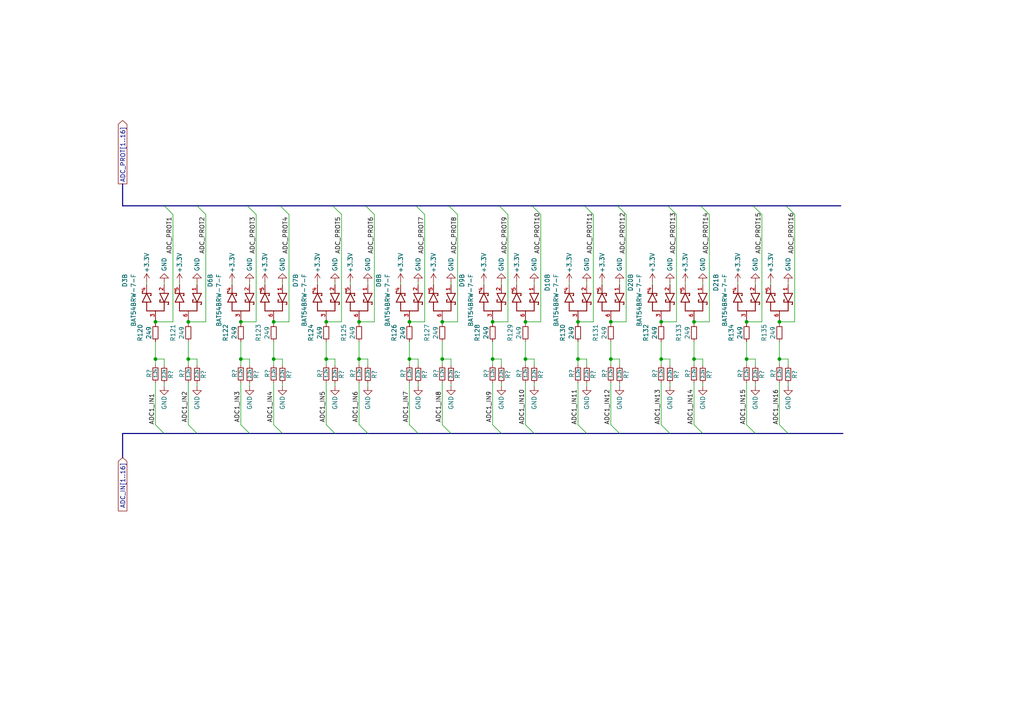
<source format=kicad_sch>
(kicad_sch (version 20211123) (generator eeschema)
  (paper "A4")
  (lib_symbols
    (symbol "Device:R_Small" (pin_numbers hide) (pin_names (offset 0.254) hide)
      (property "Reference" "R" (at 0.762 0.508 0))
      (property "Value" "R_Small" (at 0.762 -1.016 0))
      (symbol "R_Small_0_1"
        (rectangle (start -0.762 1.778) (end 0.762 -1.778) (stroke (width 0.2032)))
      )
      (symbol "R_Small_1_1"
        (pin passive line (at 0 2.54 270) (length 0.762) (name "~") (number "1"))
        (pin passive line (at 0 -2.54 90) (length 0.762) (name "~") (number "2"))
      )
    )
    (symbol "PDM_additional:BAT54BRW-7-F" (pin_names (offset 1.016))
      (property "Reference" "D" (at -5.08 8.89 0))
      (property "Value" "BAT54BRW-7-F" (at -5.08 -11.43 0))
      (symbol "BAT54BRW-7-F_1_0"
        (polyline (pts (xy -3.81 -2.54) (xy -1.27 -2.54)) (stroke (width 0.254)))
        (polyline (pts (xy -3.81 0) (xy -2.54 0)) (stroke (width 0.254)))
        (polyline (pts (xy -3.81 0.635) (xy -3.81 0)) (stroke (width 0.254)))
        (polyline (pts (xy -3.81 0.635) (xy -3.556 0.635)) (stroke (width 0.254)))
        (polyline (pts (xy -2.54 0) (xy -3.81 -2.54)) (stroke (width 0.254)))
        (polyline (pts (xy -2.54 0) (xy -1.27 0)) (stroke (width 0.254)))
        (polyline (pts (xy -2.54 2.54) (xy -2.54 0)) (stroke (width 0.254)))
        (polyline (pts (xy -2.54 2.54) (xy 2.54 2.54)) (stroke (width 0.254)))
        (polyline (pts (xy -1.524 -0.635) (xy -1.27 -0.635)) (stroke (width 0.254)))
        (polyline (pts (xy -1.27 -2.54) (xy -2.54 0)) (stroke (width 0.254)))
        (polyline (pts (xy -1.27 0) (xy -1.27 -0.635)) (stroke (width 0.254)))
        (polyline (pts (xy 1.27 -2.54) (xy 1.27 -1.905)) (stroke (width 0.254)))
        (polyline (pts (xy 1.27 0) (xy 2.54 -2.54)) (stroke (width 0.254)))
        (polyline (pts (xy 1.524 -1.905) (xy 1.27 -1.905)) (stroke (width 0.254)))
        (polyline (pts (xy 2.54 -2.54) (xy 1.27 -2.54)) (stroke (width 0.254)))
        (polyline (pts (xy 2.54 -2.54) (xy 3.81 0)) (stroke (width 0.254)))
        (polyline (pts (xy 2.54 0) (xy 1.27 0)) (stroke (width 0.254)))
        (polyline (pts (xy 2.54 2.54) (xy 2.54 0)) (stroke (width 0.254)))
        (polyline (pts (xy 3.81 -3.175) (xy 3.556 -3.175)) (stroke (width 0.254)))
        (polyline (pts (xy 3.81 -3.175) (xy 3.81 -2.54)) (stroke (width 0.254)))
        (polyline (pts (xy 3.81 -2.54) (xy 2.54 -2.54)) (stroke (width 0.254)))
        (polyline (pts (xy 3.81 0) (xy 2.54 0)) (stroke (width 0.254)))
        (pin passive line (at -2.54 -5.08 90) (length 2.54) (name "~") (number "1"))
        (pin passive line (at 2.54 -5.08 90) (length 2.54) (name "~") (number "5"))
        (pin passive line (at 0 5.08 270) (length 2.54) (name "~") (number "6"))
      )
      (symbol "BAT54BRW-7-F_2_0"
        (polyline (pts (xy -3.81 -2.54) (xy -1.27 -2.54)) (stroke (width 0.254)))
        (polyline (pts (xy -3.81 0) (xy -2.54 0)) (stroke (width 0.254)))
        (polyline (pts (xy -3.81 0.635) (xy -3.81 0)) (stroke (width 0.254)))
        (polyline (pts (xy -3.81 0.635) (xy -3.556 0.635)) (stroke (width 0.254)))
        (polyline (pts (xy -2.54 0) (xy -3.81 -2.54)) (stroke (width 0.254)))
        (polyline (pts (xy -2.54 0) (xy -1.27 0)) (stroke (width 0.254)))
        (polyline (pts (xy -2.54 2.54) (xy -2.54 0)) (stroke (width 0.254)))
        (polyline (pts (xy -2.54 2.54) (xy 2.54 2.54)) (stroke (width 0.254)))
        (polyline (pts (xy -1.524 -0.635) (xy -1.27 -0.635)) (stroke (width 0.254)))
        (polyline (pts (xy -1.27 -2.54) (xy -2.54 0)) (stroke (width 0.254)))
        (polyline (pts (xy -1.27 0) (xy -1.27 -0.635)) (stroke (width 0.254)))
        (polyline (pts (xy 1.27 -2.54) (xy 1.27 -1.905)) (stroke (width 0.254)))
        (polyline (pts (xy 1.27 0) (xy 2.54 -2.54)) (stroke (width 0.254)))
        (polyline (pts (xy 1.524 -1.905) (xy 1.27 -1.905)) (stroke (width 0.254)))
        (polyline (pts (xy 2.54 -2.54) (xy 1.27 -2.54)) (stroke (width 0.254)))
        (polyline (pts (xy 2.54 -2.54) (xy 3.81 0)) (stroke (width 0.254)))
        (polyline (pts (xy 2.54 0) (xy 1.27 0)) (stroke (width 0.254)))
        (polyline (pts (xy 2.54 2.54) (xy 2.54 0)) (stroke (width 0.254)))
        (polyline (pts (xy 3.81 -3.175) (xy 3.556 -3.175)) (stroke (width 0.254)))
        (polyline (pts (xy 3.81 -3.175) (xy 3.81 -2.54)) (stroke (width 0.254)))
        (polyline (pts (xy 3.81 -2.54) (xy 2.54 -2.54)) (stroke (width 0.254)))
        (polyline (pts (xy 3.81 0) (xy 2.54 0)) (stroke (width 0.254)))
        (pin passive line (at -2.54 -5.08 90) (length 2.54) (name "~") (number "2"))
        (pin passive line (at 0 5.08 270) (length 2.54) (name "~") (number "3"))
        (pin passive line (at 2.54 -5.08 90) (length 2.54) (name "~") (number "4"))
      )
    )
    (symbol "power:+3.3V" (power) (pin_names (offset 0))
      (property "Value" "+3.3V" (at 0 3.556 0))
      (symbol "+3.3V_0_1"
        (polyline (pts (xy -0.762 1.27) (xy 0 2.54)))
        (polyline (pts (xy 0 0) (xy 0 2.54)))
        (polyline (pts (xy 0 2.54) (xy 0.762 1.27)))
      )
      (symbol "+3.3V_1_1"
        (pin power_in line (at 0 0 90) (length 0) hide (name "+3.3V") (number "1"))
      )
    )
    (symbol "power:GND" (power) (pin_names (offset 0))
      (property "Value" "GND" (at 0 -3.81 0))
      (symbol "GND_0_1"
        (polyline (pts (xy 0 0) (xy 0 -1.27) (xy 1.27 -1.27) (xy 0 -2.54) (xy -1.27 -1.27) (xy 0 -1.27)))
      )
      (symbol "GND_1_1"
        (pin power_in line (at 0 0 270) (length 0) hide (name "GND") (number "1"))
      )
    )
  )
  (junction (at 216.535 93.345))
  (junction (at 128.27 104.14))
  (junction (at 201.295 104.14))
  (junction (at 79.375 104.14))
  (junction (at 142.875 93.345))
  (junction (at 54.61 93.345))
  (junction (at 167.64 93.345))
  (junction (at 191.77 93.345))
  (junction (at 45.085 104.14))
  (junction (at 152.4 104.14))
  (junction (at 142.875 104.14))
  (junction (at 226.06 104.14))
  (junction (at 201.295 93.345))
  (junction (at 69.85 104.14))
  (junction (at 118.745 104.14))
  (junction (at 177.165 104.14))
  (junction (at 128.27 93.345))
  (junction (at 104.14 104.14))
  (junction (at 177.165 93.345))
  (junction (at 152.4 93.345))
  (junction (at 226.06 93.345))
  (junction (at 104.14 93.345))
  (junction (at 54.61 104.14))
  (junction (at 167.64 104.14))
  (junction (at 94.615 104.14))
  (junction (at 216.535 104.14))
  (junction (at 191.77 104.14))
  (junction (at 79.375 93.345))
  (junction (at 69.85 93.345))
  (junction (at 118.745 93.345))
  (junction (at 45.085 93.345))
  (junction (at 94.615 93.345))
  (bus_entry (at 194.31 125.73) (size -2.54 -2.54))
  (bus_entry (at 154.94 125.73) (size -2.54 -2.54))
  (bus_entry (at 106.68 125.73) (size -2.54 -2.54))
  (bus_entry (at 228.6 125.73) (size -2.54 -2.54))
  (bus_entry (at 170.18 125.73) (size -2.54 -2.54))
  (bus_entry (at 123.19 62.23) (size -2.54 -2.54))
  (bus_entry (at 196.215 62.23) (size -2.54 -2.54))
  (bus_entry (at 172.085 62.23) (size -2.54 -2.54))
  (bus_entry (at 130.81 125.73) (size -2.54 -2.54))
  (bus_entry (at 147.32 62.23) (size -2.54 -2.54))
  (bus_entry (at 219.075 125.73) (size -2.54 -2.54))
  (bus_entry (at 203.835 125.73) (size -2.54 -2.54))
  (bus_entry (at 47.625 125.73) (size -2.54 -2.54))
  (bus_entry (at 230.505 62.23) (size -2.54 -2.54))
  (bus_entry (at 121.285 125.73) (size -2.54 -2.54))
  (bus_entry (at 145.415 125.73) (size -2.54 -2.54))
  (bus_entry (at 179.705 125.73) (size -2.54 -2.54))
  (bus_entry (at 97.155 125.73) (size -2.54 -2.54))
  (bus_entry (at 74.295 62.23) (size -2.54 -2.54))
  (bus_entry (at 83.82 62.23) (size -2.54 -2.54))
  (bus_entry (at 220.98 62.23) (size -2.54 -2.54))
  (bus_entry (at 57.15 125.73) (size -2.54 -2.54))
  (bus_entry (at 156.845 62.23) (size -2.54 -2.54))
  (bus_entry (at 132.715 62.23) (size -2.54 -2.54))
  (bus_entry (at 99.06 62.23) (size -2.54 -2.54))
  (bus_entry (at 57.15 59.69) (size 2.54 2.54))
  (bus_entry (at 47.625 59.69) (size 2.54 2.54))
  (bus_entry (at 181.61 62.23) (size -2.54 -2.54))
  (bus_entry (at 205.74 62.23) (size -2.54 -2.54))
  (bus_entry (at 72.39 125.73) (size -2.54 -2.54))
  (bus_entry (at 81.915 125.73) (size -2.54 -2.54))
  (bus_entry (at 108.585 62.23) (size -2.54 -2.54))
  (wire (pts (xy 201.295 105.918) (xy 201.295 104.14)))
  (bus (pts (xy 130.175 59.69) (xy 144.78 59.69)))
  (wire (pts (xy 226.06 99.06) (xy 226.06 104.14)))
  (wire (pts (xy 147.32 93.345) (xy 147.32 62.23)))
  (wire (pts (xy 72.39 82.55) (xy 72.39 81.915)))
  (wire (pts (xy 194.31 111.125) (xy 194.31 112.014)))
  (bus (pts (xy 96.52 59.69) (xy 106.045 59.69)))
  (wire (pts (xy 201.295 99.06) (xy 201.295 104.14)))
  (wire (pts (xy 154.94 104.14) (xy 154.94 106.045)))
  (wire (pts (xy 216.535 110.998) (xy 216.535 123.19)))
  (wire (pts (xy 92.075 82.55) (xy 92.075 81.915)))
  (wire (pts (xy 145.415 82.55) (xy 145.415 81.915)))
  (bus (pts (xy 35.56 59.69) (xy 47.625 59.69)))
  (wire (pts (xy 145.415 104.14) (xy 145.415 106.045)))
  (wire (pts (xy 54.61 110.998) (xy 54.61 123.19)))
  (wire (pts (xy 177.165 104.14) (xy 179.705 104.14)))
  (wire (pts (xy 79.375 110.998) (xy 79.375 123.19)))
  (bus (pts (xy 228.6 125.73) (xy 244.475 125.73)))
  (wire (pts (xy 145.415 111.125) (xy 145.415 112.014)))
  (wire (pts (xy 205.74 93.345) (xy 201.295 93.345)))
  (wire (pts (xy 142.875 93.345) (xy 142.875 92.71)))
  (wire (pts (xy 104.14 93.345) (xy 104.14 92.71)))
  (wire (pts (xy 57.15 111.125) (xy 57.15 112.014)))
  (wire (pts (xy 69.85 93.345) (xy 74.295 93.345)))
  (wire (pts (xy 170.18 111.125) (xy 170.18 112.014)))
  (wire (pts (xy 191.77 104.14) (xy 194.31 104.14)))
  (bus (pts (xy 106.68 125.73) (xy 121.285 125.73)))
  (wire (pts (xy 108.585 93.345) (xy 104.14 93.345)))
  (wire (pts (xy 213.995 82.55) (xy 213.995 81.915)))
  (wire (pts (xy 69.85 110.998) (xy 69.85 123.19)))
  (wire (pts (xy 128.27 93.98) (xy 128.27 93.345)))
  (wire (pts (xy 167.64 93.345) (xy 172.085 93.345)))
  (bus (pts (xy 154.305 59.69) (xy 169.545 59.69)))
  (bus (pts (xy 179.705 125.73) (xy 194.31 125.73)))
  (wire (pts (xy 79.375 93.98) (xy 79.375 93.345)))
  (wire (pts (xy 108.585 62.23) (xy 108.585 93.345)))
  (wire (pts (xy 69.85 93.345) (xy 69.85 92.71)))
  (wire (pts (xy 79.375 105.918) (xy 79.375 104.14)))
  (wire (pts (xy 179.705 82.55) (xy 179.705 81.915)))
  (bus (pts (xy 203.835 125.73) (xy 219.075 125.73)))
  (wire (pts (xy 72.39 104.14) (xy 72.39 106.045)))
  (wire (pts (xy 170.18 82.55) (xy 170.18 81.915)))
  (bus (pts (xy 169.545 59.69) (xy 179.07 59.69)))
  (wire (pts (xy 94.615 93.345) (xy 99.06 93.345)))
  (wire (pts (xy 52.07 82.55) (xy 52.07 81.915)))
  (wire (pts (xy 226.06 93.345) (xy 226.06 92.71)))
  (wire (pts (xy 194.31 82.55) (xy 194.31 81.915)))
  (wire (pts (xy 201.295 104.14) (xy 203.835 104.14)))
  (wire (pts (xy 167.64 93.345) (xy 167.64 92.71)))
  (wire (pts (xy 94.615 110.998) (xy 94.615 123.19)))
  (wire (pts (xy 69.85 93.98) (xy 69.85 93.345)))
  (wire (pts (xy 45.085 105.918) (xy 45.085 104.14)))
  (wire (pts (xy 152.4 99.06) (xy 152.4 104.14)))
  (wire (pts (xy 83.82 62.23) (xy 83.82 93.345)))
  (bus (pts (xy 145.415 125.73) (xy 154.94 125.73)))
  (wire (pts (xy 106.68 82.55) (xy 106.68 81.915)))
  (bus (pts (xy 121.285 125.73) (xy 130.81 125.73)))
  (wire (pts (xy 45.085 99.06) (xy 45.085 104.14)))
  (wire (pts (xy 154.94 82.55) (xy 154.94 81.915)))
  (wire (pts (xy 116.205 82.55) (xy 116.205 81.915)))
  (wire (pts (xy 191.77 110.998) (xy 191.77 123.19)))
  (wire (pts (xy 216.535 93.345) (xy 220.98 93.345)))
  (wire (pts (xy 83.82 93.345) (xy 79.375 93.345)))
  (wire (pts (xy 228.6 82.55) (xy 228.6 81.915)))
  (wire (pts (xy 47.625 111.125) (xy 47.625 112.014)))
  (wire (pts (xy 216.535 104.14) (xy 219.075 104.14)))
  (wire (pts (xy 118.745 99.06) (xy 118.745 104.14)))
  (wire (pts (xy 191.77 99.06) (xy 191.77 104.14)))
  (wire (pts (xy 106.68 111.125) (xy 106.68 112.014)))
  (wire (pts (xy 223.52 82.55) (xy 223.52 81.915)))
  (bus (pts (xy 227.965 59.69) (xy 243.84 59.69)))
  (wire (pts (xy 189.23 82.55) (xy 189.23 81.915)))
  (bus (pts (xy 194.31 125.73) (xy 203.835 125.73)))
  (bus (pts (xy 57.15 59.69) (xy 71.755 59.69)))
  (wire (pts (xy 152.4 110.998) (xy 152.4 123.19)))
  (wire (pts (xy 132.715 93.345) (xy 128.27 93.345)))
  (wire (pts (xy 156.845 62.23) (xy 156.845 93.345)))
  (wire (pts (xy 152.4 93.98) (xy 152.4 93.345)))
  (wire (pts (xy 121.285 82.55) (xy 121.285 81.915)))
  (wire (pts (xy 104.14 110.998) (xy 104.14 123.19)))
  (wire (pts (xy 128.27 105.918) (xy 128.27 104.14)))
  (wire (pts (xy 97.155 82.55) (xy 97.155 81.915)))
  (wire (pts (xy 167.64 105.918) (xy 167.64 104.14)))
  (wire (pts (xy 128.27 93.345) (xy 128.27 92.71)))
  (wire (pts (xy 228.6 111.125) (xy 228.6 112.014)))
  (wire (pts (xy 45.085 104.14) (xy 47.625 104.14)))
  (wire (pts (xy 128.27 110.998) (xy 128.27 123.19)))
  (wire (pts (xy 94.615 105.918) (xy 94.615 104.14)))
  (wire (pts (xy 128.27 104.14) (xy 130.81 104.14)))
  (wire (pts (xy 69.85 99.06) (xy 69.85 104.14)))
  (wire (pts (xy 130.81 104.14) (xy 130.81 106.045)))
  (bus (pts (xy 35.56 53.34) (xy 35.56 59.69)))
  (wire (pts (xy 216.535 105.918) (xy 216.535 104.14)))
  (wire (pts (xy 118.745 110.998) (xy 118.745 123.19)))
  (wire (pts (xy 76.835 82.55) (xy 76.835 81.915)))
  (wire (pts (xy 191.77 93.345) (xy 196.215 93.345)))
  (wire (pts (xy 181.61 93.345) (xy 177.165 93.345)))
  (wire (pts (xy 99.06 93.345) (xy 99.06 62.23)))
  (wire (pts (xy 220.98 93.345) (xy 220.98 62.23)))
  (bus (pts (xy 81.915 125.73) (xy 97.155 125.73)))
  (wire (pts (xy 226.06 93.98) (xy 226.06 93.345)))
  (wire (pts (xy 94.615 104.14) (xy 97.155 104.14)))
  (wire (pts (xy 104.14 93.98) (xy 104.14 93.345)))
  (wire (pts (xy 230.505 62.23) (xy 230.505 93.345)))
  (wire (pts (xy 174.625 82.55) (xy 174.625 81.915)))
  (bus (pts (xy 72.39 125.73) (xy 81.915 125.73)))
  (wire (pts (xy 201.295 93.98) (xy 201.295 93.345)))
  (wire (pts (xy 118.745 104.14) (xy 121.285 104.14)))
  (wire (pts (xy 142.875 93.345) (xy 147.32 93.345)))
  (wire (pts (xy 142.875 99.06) (xy 142.875 104.14)))
  (wire (pts (xy 142.875 105.918) (xy 142.875 104.14)))
  (wire (pts (xy 47.625 104.14) (xy 47.625 106.045)))
  (wire (pts (xy 47.625 82.55) (xy 47.625 81.915)))
  (wire (pts (xy 81.915 111.125) (xy 81.915 112.014)))
  (wire (pts (xy 203.835 104.14) (xy 203.835 106.045)))
  (wire (pts (xy 79.375 99.06) (xy 79.375 104.14)))
  (wire (pts (xy 179.705 104.14) (xy 179.705 106.045)))
  (wire (pts (xy 196.215 93.345) (xy 196.215 62.23)))
  (wire (pts (xy 216.535 93.345) (xy 216.535 92.71)))
  (wire (pts (xy 177.165 93.345) (xy 177.165 92.71)))
  (wire (pts (xy 205.74 62.23) (xy 205.74 93.345)))
  (wire (pts (xy 118.745 93.345) (xy 118.745 92.71)))
  (bus (pts (xy 179.07 59.69) (xy 193.675 59.69)))
  (wire (pts (xy 219.075 111.125) (xy 219.075 112.014)))
  (wire (pts (xy 118.745 93.98) (xy 118.745 93.345)))
  (wire (pts (xy 54.61 104.14) (xy 57.15 104.14)))
  (bus (pts (xy 81.28 59.69) (xy 96.52 59.69)))
  (wire (pts (xy 230.505 93.345) (xy 226.06 93.345)))
  (wire (pts (xy 59.69 62.23) (xy 59.69 93.345)))
  (wire (pts (xy 165.1 82.55) (xy 165.1 81.915)))
  (wire (pts (xy 45.085 93.345) (xy 50.165 93.345)))
  (wire (pts (xy 118.745 93.345) (xy 123.19 93.345)))
  (bus (pts (xy 193.675 59.69) (xy 203.2 59.69)))
  (wire (pts (xy 81.915 82.55) (xy 81.915 81.915)))
  (wire (pts (xy 149.86 82.55) (xy 149.86 81.915)))
  (bus (pts (xy 106.045 59.69) (xy 120.65 59.69)))
  (wire (pts (xy 177.165 93.98) (xy 177.165 93.345)))
  (bus (pts (xy 57.15 125.73) (xy 72.39 125.73)))
  (bus (pts (xy 219.075 125.73) (xy 228.6 125.73)))
  (wire (pts (xy 79.375 104.14) (xy 81.915 104.14)))
  (wire (pts (xy 167.64 99.06) (xy 167.64 104.14)))
  (wire (pts (xy 201.295 110.998) (xy 201.295 123.19)))
  (wire (pts (xy 123.19 93.345) (xy 123.19 62.23)))
  (wire (pts (xy 118.745 105.918) (xy 118.745 104.14)))
  (wire (pts (xy 167.64 104.14) (xy 170.18 104.14)))
  (wire (pts (xy 57.15 104.14) (xy 57.15 106.045)))
  (bus (pts (xy 170.18 125.73) (xy 179.705 125.73)))
  (wire (pts (xy 94.615 93.98) (xy 94.615 93.345)))
  (wire (pts (xy 194.31 104.14) (xy 194.31 106.045)))
  (wire (pts (xy 167.64 110.998) (xy 167.64 123.19)))
  (wire (pts (xy 201.295 93.345) (xy 201.295 92.71)))
  (wire (pts (xy 216.535 93.98) (xy 216.535 93.345)))
  (wire (pts (xy 97.155 111.125) (xy 97.155 112.014)))
  (bus (pts (xy 35.56 132.715) (xy 35.56 125.73)))
  (wire (pts (xy 104.14 105.918) (xy 104.14 104.14)))
  (bus (pts (xy 130.81 125.73) (xy 145.415 125.73)))
  (wire (pts (xy 104.14 104.14) (xy 106.68 104.14)))
  (wire (pts (xy 81.915 104.14) (xy 81.915 106.045)))
  (wire (pts (xy 179.705 111.125) (xy 179.705 112.014)))
  (bus (pts (xy 203.2 59.69) (xy 218.44 59.69)))
  (bus (pts (xy 218.44 59.69) (xy 227.965 59.69)))
  (wire (pts (xy 54.61 93.345) (xy 59.69 93.345)))
  (wire (pts (xy 226.06 104.14) (xy 228.6 104.14)))
  (wire (pts (xy 142.875 93.98) (xy 142.875 93.345)))
  (wire (pts (xy 67.31 82.55) (xy 67.31 81.915)))
  (wire (pts (xy 216.535 99.06) (xy 216.535 104.14)))
  (wire (pts (xy 74.295 93.345) (xy 74.295 62.23)))
  (wire (pts (xy 191.77 93.98) (xy 191.77 93.345)))
  (wire (pts (xy 101.6 82.55) (xy 101.6 81.915)))
  (bus (pts (xy 35.56 125.73) (xy 47.625 125.73)))
  (wire (pts (xy 54.61 105.918) (xy 54.61 104.14)))
  (wire (pts (xy 177.165 99.06) (xy 177.165 104.14)))
  (wire (pts (xy 152.4 104.14) (xy 154.94 104.14)))
  (wire (pts (xy 226.06 110.998) (xy 226.06 123.19)))
  (wire (pts (xy 69.85 105.918) (xy 69.85 104.14)))
  (bus (pts (xy 144.78 59.69) (xy 154.305 59.69)))
  (wire (pts (xy 125.73 82.55) (xy 125.73 81.915)))
  (wire (pts (xy 191.77 93.345) (xy 191.77 92.71)))
  (wire (pts (xy 177.165 105.918) (xy 177.165 104.14)))
  (wire (pts (xy 69.85 104.14) (xy 72.39 104.14)))
  (wire (pts (xy 57.15 82.55) (xy 57.15 81.915)))
  (bus (pts (xy 154.94 125.73) (xy 170.18 125.73)))
  (wire (pts (xy 170.18 104.14) (xy 170.18 106.045)))
  (wire (pts (xy 152.4 105.918) (xy 152.4 104.14)))
  (wire (pts (xy 121.285 111.125) (xy 121.285 112.014)))
  (wire (pts (xy 72.39 111.125) (xy 72.39 112.014)))
  (wire (pts (xy 152.4 93.345) (xy 152.4 92.71)))
  (bus (pts (xy 120.65 59.69) (xy 130.175 59.69)))
  (wire (pts (xy 97.155 104.14) (xy 97.155 106.045)))
  (wire (pts (xy 45.085 110.998) (xy 45.085 123.19)))
  (wire (pts (xy 50.165 62.23) (xy 50.165 93.345)))
  (wire (pts (xy 104.14 99.06) (xy 104.14 104.14)))
  (wire (pts (xy 219.075 82.55) (xy 219.075 81.915)))
  (wire (pts (xy 94.615 99.06) (xy 94.615 104.14)))
  (bus (pts (xy 47.625 59.69) (xy 57.15 59.69)))
  (wire (pts (xy 181.61 62.23) (xy 181.61 93.345)))
  (wire (pts (xy 172.085 93.345) (xy 172.085 62.23)))
  (wire (pts (xy 142.875 104.14) (xy 145.415 104.14)))
  (wire (pts (xy 228.6 104.14) (xy 228.6 106.045)))
  (wire (pts (xy 203.835 111.125) (xy 203.835 112.014)))
  (wire (pts (xy 130.81 82.55) (xy 130.81 81.915)))
  (wire (pts (xy 79.375 93.345) (xy 79.375 92.71)))
  (bus (pts (xy 97.155 125.73) (xy 106.68 125.73)))
  (wire (pts (xy 154.94 111.125) (xy 154.94 112.014)))
  (wire (pts (xy 106.68 104.14) (xy 106.68 106.045)))
  (wire (pts (xy 128.27 99.06) (xy 128.27 104.14)))
  (wire (pts (xy 156.845 93.345) (xy 152.4 93.345)))
  (wire (pts (xy 198.755 82.55) (xy 198.755 81.915)))
  (wire (pts (xy 42.545 82.55) (xy 42.545 81.915)))
  (wire (pts (xy 121.285 104.14) (xy 121.285 106.045)))
  (wire (pts (xy 45.085 93.98) (xy 45.085 93.345)))
  (wire (pts (xy 140.335 82.55) (xy 140.335 81.915)))
  (wire (pts (xy 94.615 93.345) (xy 94.615 92.71)))
  (wire (pts (xy 130.81 111.125) (xy 130.81 112.014)))
  (wire (pts (xy 167.64 93.98) (xy 167.64 93.345)))
  (wire (pts (xy 177.165 110.998) (xy 177.165 123.19)))
  (wire (pts (xy 219.075 104.14) (xy 219.075 106.045)))
  (wire (pts (xy 54.61 99.06) (xy 54.61 104.14)))
  (wire (pts (xy 54.61 93.98) (xy 54.61 93.345)))
  (wire (pts (xy 142.875 110.998) (xy 142.875 123.19)))
  (wire (pts (xy 132.715 62.23) (xy 132.715 93.345)))
  (wire (pts (xy 45.085 93.345) (xy 45.085 92.71)))
  (wire (pts (xy 203.835 82.55) (xy 203.835 81.915)))
  (wire (pts (xy 226.06 105.918) (xy 226.06 104.14)))
  (bus (pts (xy 71.755 59.69) (xy 81.28 59.69)))
  (wire (pts (xy 54.61 93.345) (xy 54.61 92.71)))
  (wire (pts (xy 191.77 105.918) (xy 191.77 104.14)))
  (bus (pts (xy 47.625 125.73) (xy 57.15 125.73)))
  (label "ADC1_IN4" (at 79.375 122.555 90))
  (label "ADC1_IN3" (at 69.85 122.555 90))
  (label "ADC1_IN16" (at 226.06 123.19 90))
  (label "ADC1_IN8" (at 128.27 122.555 90))
  (label "ADC1_IN10" (at 152.4 123.19 90))
  (label "ADC_PROT15" (at 220.98 73.66 90))
  (label "ADC_PROT4" (at 83.82 73.66 90))
  (label "ADC_PROT2" (at 59.69 73.66 90))
  (label "ADC_PROT13" (at 196.215 73.66 90))
  (label "ADC_PROT5" (at 99.06 73.66 90))
  (label "ADC1_IN1" (at 45.085 123.19 90))
  (label "ADC_PROT8" (at 132.715 73.66 90))
  (label "ADC1_IN9" (at 142.875 122.555 90))
  (label "ADC_PROT12" (at 181.61 73.66 90))
  (label "ADC_PROT16" (at 230.505 73.66 90))
  (label "ADC1_IN15" (at 216.535 123.19 90))
  (label "ADC1_IN11" (at 167.64 123.19 90))
  (label "ADC1_IN6" (at 104.14 122.555 90))
  (label "ADC_PROT7" (at 123.19 73.66 90))
  (label "ADC_PROT11" (at 172.085 73.66 90))
  (label "ADC1_IN13" (at 191.77 123.19 90))
  (label "ADC_PROT14" (at 205.74 73.66 90))
  (label "ADC1_IN5" (at 94.615 122.555 90))
  (label "ADC_PROT1" (at 50.165 73.66 90))
  (label "ADC1_IN14" (at 201.295 123.19 90))
  (label "ADC_PROT6" (at 108.585 73.66 90))
  (label "ADC_PROT10" (at 156.845 73.66 90))
  (label "ADC1_IN7" (at 118.745 122.555 90))
  (label "ADC1_IN12" (at 177.165 123.19 90))
  (label "ADC1_IN2" (at 54.61 122.555 90))
  (label "ADC_PROT3" (at 74.295 73.66 90))
  (label "ADC_PROT9" (at 147.32 73.66 90))
  (global_label "ADC_IN[1..16]" (shape input) (at 35.56 132.715 270) (property "Intersheet References" "${INTERSHEET_REFS}" (effects hide)))
  (global_label "ADC_PROT[1..16]" (shape output) (at 35.56 53.34 90) (property "Intersheet References" "${INTERSHEET_REFS}" (effects hide)))
  (symbol (lib_id "power:GND") (at 219.075 112.014 0) (unit 1)
    (property "Reference" "#PWR?" (effects hide))
    (property "Value" "GND" (at 219.075 116.84 90))
  )
  (symbol (lib_id "Device:R_Small") (at 191.77 96.52 180) (unit 1)
    (property "Reference" "R132" (at 187.325 96.52 90))
    (property "Value" "249" (at 189.865 96.52 90))
  )
  (symbol (lib_id "power:+3.3V") (at 116.205 81.915 0) (unit 1)
    (property "Reference" "#PWR?" (effects hide))
    (property "Value" "+3.3V" (at 116.205 76.2 90))
  )
  (symbol (lib_id "Device:R_Small") (at 216.535 108.458 0) (unit 1)
    (property "Reference" "R?" (at 214.757 109.601 90) (effects (justify left)))
    (property "Value" "1.2k" (at 216.535 109.601 90) (effects (font (size 0.8 0.8)) (justify left)))
  )
  (symbol (lib_id "PDM_additional:BAT54BRW-7-F") (at 142.875 87.63 180) (unit 2)
    (property "Reference" "D9" (at 133.985 79.375 90) (effects (justify left)))
    (property "Value" "BAT54BRW-7-F" (at 136.525 79.375 90) (effects (justify left)))
    (property "Footprint" "SOT65P210X110-6N" (effects hide))
    (property "MAXIMUM_PACKAGE_HEIGHT" "1.1 mm" (effects hide))
    (property "MANUFACTURER" "Diodes Inc." (effects hide))
    (property "PARTREV" "17 - 2" (effects hide))
    (property "STANDARD" "IPC 7351B" (effects hide))
  )
  (symbol (lib_id "PDM_additional:BAT54BRW-7-F") (at 191.77 87.63 180) (unit 2)
    (property "Reference" "D20" (at 182.88 79.375 90) (effects (justify left)))
    (property "Value" "BAT54BRW-7-F" (at 185.42 79.375 90) (effects (justify left)))
    (property "Footprint" "SOT65P210X110-6N" (effects hide))
    (property "MAXIMUM_PACKAGE_HEIGHT" "1.1 mm" (effects hide))
    (property "MANUFACTURER" "Diodes Inc." (effects hide))
    (property "PARTREV" "17 - 2" (effects hide))
    (property "STANDARD" "IPC 7351B" (effects hide))
  )
  (symbol (lib_id "power:GND") (at 203.835 81.915 180) (unit 1)
    (property "Reference" "#PWR0273" (effects hide))
    (property "Value" "GND" (at 203.8349 78.74 90) (effects (justify right)))
  )
  (symbol (lib_id "power:GND") (at 228.6 112.014 0) (unit 1)
    (property "Reference" "#PWR?" (effects hide))
    (property "Value" "GND" (at 228.6 116.84 90))
  )
  (symbol (lib_id "Device:R_Small") (at 97.155 108.585 180) (unit 1)
    (property "Reference" "R?" (at 99.06 107.315 90) (effects (justify left)))
    (property "Value" "2.2k" (at 97.155 107.061 90) (effects (font (size 0.8 0.8)) (justify left)))
  )
  (symbol (lib_id "power:GND") (at 194.31 112.014 0) (unit 1)
    (property "Reference" "#PWR?" (effects hide))
    (property "Value" "GND" (at 194.31 116.84 90))
  )
  (symbol (lib_id "Device:R_Small") (at 81.915 108.585 180) (unit 1)
    (property "Reference" "R?" (at 83.82 107.315 90) (effects (justify left)))
    (property "Value" "2.2k" (at 81.915 107.061 90) (effects (font (size 0.8 0.8)) (justify left)))
  )
  (symbol (lib_id "Device:R_Small") (at 228.6 108.585 180) (unit 1)
    (property "Reference" "R?" (at 230.505 107.315 90) (effects (justify left)))
    (property "Value" "2.2k" (at 228.6 107.061 90) (effects (font (size 0.8 0.8)) (justify left)))
  )
  (symbol (lib_id "power:+3.3V") (at 189.23 81.915 0) (unit 1)
    (property "Reference" "#PWR?" (effects hide))
    (property "Value" "+3.3V" (at 189.23 76.2 90))
  )
  (symbol (lib_id "PDM_additional:BAT54BRW-7-F") (at 167.64 87.63 180) (unit 2)
    (property "Reference" "D10" (at 158.75 79.375 90) (effects (justify left)))
    (property "Value" "BAT54BRW-7-F" (at 161.29 79.375 90) (effects (justify left)))
    (property "Footprint" "SOT65P210X110-6N" (effects hide))
    (property "MAXIMUM_PACKAGE_HEIGHT" "1.1 mm" (effects hide))
    (property "MANUFACTURER" "Diodes Inc." (effects hide))
    (property "PARTREV" "17 - 2" (effects hide))
    (property "STANDARD" "IPC 7351B" (effects hide))
  )
  (symbol (lib_id "Device:R_Small") (at 154.94 108.585 180) (unit 1)
    (property "Reference" "R?" (at 156.845 107.315 90) (effects (justify left)))
    (property "Value" "2.2k" (at 154.94 107.061 90) (effects (font (size 0.8 0.8)) (justify left)))
  )
  (symbol (lib_id "power:GND") (at 72.39 81.915 180) (unit 1)
    (property "Reference" "#PWR0250" (effects hide))
    (property "Value" "GND" (at 72.3899 78.74 90) (effects (justify right)))
  )
  (symbol (lib_id "Device:R_Small") (at 104.14 96.52 180) (unit 1)
    (property "Reference" "R125" (at 99.695 96.52 90))
    (property "Value" "249" (at 102.235 96.52 90))
  )
  (symbol (lib_id "PDM_additional:BAT54BRW-7-F") (at 79.375 87.63 180) (unit 1)
    (property "Reference" "D6" (effects hide))
    (property "Value" "BAT54BRW-7-F" (effects hide))
    (property "Footprint" "SOT65P210X110-6N" (effects hide))
    (property "MAXIMUM_PACKAGE_HEIGHT" "1.1 mm" (effects hide))
    (property "MANUFACTURER" "Diodes Inc." (effects hide))
    (property "PARTREV" "17 - 2" (effects hide))
    (property "STANDARD" "IPC 7351B" (effects hide))
  )
  (symbol (lib_id "power:GND") (at 81.915 112.014 0) (unit 1)
    (property "Reference" "#PWR?" (effects hide))
    (property "Value" "GND" (at 81.915 116.84 90))
  )
  (symbol (lib_id "power:GND") (at 194.31 81.915 180) (unit 1)
    (property "Reference" "#PWR0275" (effects hide))
    (property "Value" "GND" (at 194.3099 78.74 90) (effects (justify right)))
  )
  (symbol (lib_id "Device:R_Small") (at 179.705 108.585 180) (unit 1)
    (property "Reference" "R?" (at 181.61 107.315 90) (effects (justify left)))
    (property "Value" "2.2k" (at 179.705 107.061 90) (effects (font (size 0.8 0.8)) (justify left)))
  )
  (symbol (lib_id "power:+3.3V") (at 174.625 81.915 0) (unit 1)
    (property "Reference" "#PWR?" (effects hide))
    (property "Value" "+3.3V" (at 174.625 76.2 90))
  )
  (symbol (lib_id "Device:R_Small") (at 177.165 96.52 180) (unit 1)
    (property "Reference" "R131" (at 172.72 96.52 90))
    (property "Value" "249" (at 175.26 96.52 90))
  )
  (symbol (lib_id "power:GND") (at 145.415 112.014 0) (unit 1)
    (property "Reference" "#PWR?" (effects hide))
    (property "Value" "GND" (at 145.415 116.84 90))
  )
  (symbol (lib_id "power:+3.3V") (at 101.6 81.915 0) (unit 1)
    (property "Reference" "#PWR?" (effects hide))
    (property "Value" "+3.3V" (at 101.6 76.2 90))
  )
  (symbol (lib_id "Device:R_Small") (at 203.835 108.585 180) (unit 1)
    (property "Reference" "R?" (at 205.74 107.315 90) (effects (justify left)))
    (property "Value" "2.2k" (at 203.835 107.061 90) (effects (font (size 0.8 0.8)) (justify left)))
  )
  (symbol (lib_id "power:GND") (at 106.68 81.915 180) (unit 1)
    (property "Reference" "#PWR0252" (effects hide))
    (property "Value" "GND" (at 106.6799 78.74 90) (effects (justify right)))
  )
  (symbol (lib_id "power:GND") (at 179.705 112.014 0) (unit 1)
    (property "Reference" "#PWR?" (effects hide))
    (property "Value" "GND" (at 179.705 116.84 90))
  )
  (symbol (lib_id "PDM_additional:BAT54BRW-7-F") (at 128.27 87.63 180) (unit 1)
    (property "Reference" "D8" (effects hide))
    (property "Value" "BAT54BRW-7-F" (effects hide))
    (property "Footprint" "SOT65P210X110-6N" (effects hide))
    (property "MAXIMUM_PACKAGE_HEIGHT" "1.1 mm" (effects hide))
    (property "MANUFACTURER" "Diodes Inc." (effects hide))
    (property "PARTREV" "17 - 2" (effects hide))
    (property "STANDARD" "IPC 7351B" (effects hide))
  )
  (symbol (lib_id "Device:R_Small") (at 219.075 108.585 180) (unit 1)
    (property "Reference" "R?" (at 220.98 107.315 90) (effects (justify left)))
    (property "Value" "2.2k" (at 219.075 107.061 90) (effects (font (size 0.8 0.8)) (justify left)))
  )
  (symbol (lib_id "Device:R_Small") (at 194.31 108.585 180) (unit 1)
    (property "Reference" "R?" (at 196.215 107.315 90) (effects (justify left)))
    (property "Value" "2.2k" (at 194.31 107.061 90) (effects (font (size 0.8 0.8)) (justify left)))
  )
  (symbol (lib_id "power:+3.3V") (at 198.755 81.915 0) (unit 1)
    (property "Reference" "#PWR?" (effects hide))
    (property "Value" "+3.3V" (at 198.755 76.2 90))
  )
  (symbol (lib_id "Device:R_Small") (at 69.85 108.458 0) (unit 1)
    (property "Reference" "R?" (at 68.072 109.601 90) (effects (justify left)))
    (property "Value" "1.2k" (at 69.85 109.601 90) (effects (font (size 0.8 0.8)) (justify left)))
  )
  (symbol (lib_id "Device:R_Small") (at 226.06 96.52 180) (unit 1)
    (property "Reference" "R135" (at 221.615 96.52 90))
    (property "Value" "249" (at 224.155 96.52 90))
  )
  (symbol (lib_id "PDM_additional:BAT54BRW-7-F") (at 45.085 87.63 180) (unit 2)
    (property "Reference" "D3" (at 36.195 79.375 90) (effects (justify left)))
    (property "Value" "BAT54BRW-7-F" (at 38.735 79.375 90) (effects (justify left)))
    (property "Footprint" "SOT65P210X110-6N" (effects hide))
    (property "MAXIMUM_PACKAGE_HEIGHT" "1.1 mm" (effects hide))
    (property "MANUFACTURER" "Diodes Inc." (effects hide))
    (property "PARTREV" "17 - 2" (effects hide))
    (property "STANDARD" "IPC 7351B" (effects hide))
  )
  (symbol (lib_id "Device:R_Small") (at 191.77 108.458 0) (unit 1)
    (property "Reference" "R?" (at 189.992 109.601 90) (effects (justify left)))
    (property "Value" "1.2k" (at 191.77 109.601 90) (effects (font (size 0.8 0.8)) (justify left)))
  )
  (symbol (lib_id "PDM_additional:BAT54BRW-7-F") (at 216.535 87.63 180) (unit 2)
    (property "Reference" "D21" (at 207.645 79.375 90) (effects (justify left)))
    (property "Value" "BAT54BRW-7-F" (at 210.185 79.375 90) (effects (justify left)))
    (property "Footprint" "SOT65P210X110-6N" (effects hide))
    (property "MAXIMUM_PACKAGE_HEIGHT" "1.1 mm" (effects hide))
    (property "MANUFACTURER" "Diodes Inc." (effects hide))
    (property "PARTREV" "17 - 2" (effects hide))
    (property "STANDARD" "IPC 7351B" (effects hide))
  )
  (symbol (lib_id "power:+3.3V") (at 42.545 81.915 0) (unit 1)
    (property "Reference" "#PWR?" (effects hide))
    (property "Value" "+3.3V" (at 42.545 76.2 90))
  )
  (symbol (lib_id "PDM_additional:BAT54BRW-7-F") (at 177.165 87.63 180) (unit 1)
    (property "Reference" "D10" (effects hide))
    (property "Value" "BAT54BRW-7-F" (effects hide))
    (property "Footprint" "SOT65P210X110-6N" (effects hide))
    (property "MAXIMUM_PACKAGE_HEIGHT" "1.1 mm" (effects hide))
    (property "MANUFACTURER" "Diodes Inc." (effects hide))
    (property "PARTREV" "17 - 2" (effects hide))
    (property "STANDARD" "IPC 7351B" (effects hide))
  )
  (symbol (lib_id "power:+3.3V") (at 52.07 81.915 0) (unit 1)
    (property "Reference" "#PWR?" (effects hide))
    (property "Value" "+3.3V" (at 52.07 76.2 90))
  )
  (symbol (lib_id "Device:R_Small") (at 104.14 108.458 0) (unit 1)
    (property "Reference" "R?" (at 102.362 109.601 90) (effects (justify left)))
    (property "Value" "1.2k" (at 104.14 109.601 90) (effects (font (size 0.8 0.8)) (justify left)))
  )
  (symbol (lib_id "Device:R_Small") (at 118.745 96.52 180) (unit 1)
    (property "Reference" "R126" (at 114.3 96.52 90))
    (property "Value" "249" (at 116.84 96.52 90))
  )
  (symbol (lib_id "Device:R_Small") (at 54.61 108.458 0) (unit 1)
    (property "Reference" "R?" (at 52.832 109.601 90) (effects (justify left)))
    (property "Value" "1.2k" (at 54.61 109.601 90) (effects (font (size 0.8 0.8)) (justify left)))
  )
  (symbol (lib_id "power:GND") (at 145.415 81.915 180) (unit 1)
    (property "Reference" "#PWR0265" (effects hide))
    (property "Value" "GND" (at 145.4149 78.74 90) (effects (justify right)))
  )
  (symbol (lib_id "power:GND") (at 170.18 81.915 180) (unit 1)
    (property "Reference" "#PWR0261" (effects hide))
    (property "Value" "GND" (at 170.1799 78.74 90) (effects (justify right)))
  )
  (symbol (lib_id "power:GND") (at 121.285 81.915 180) (unit 1)
    (property "Reference" "#PWR0257" (effects hide))
    (property "Value" "GND" (at 121.2849 78.74 90) (effects (justify right)))
  )
  (symbol (lib_id "power:GND") (at 203.835 112.014 0) (unit 1)
    (property "Reference" "#PWR?" (effects hide))
    (property "Value" "GND" (at 203.835 116.84 90))
  )
  (symbol (lib_id "PDM_additional:BAT54BRW-7-F") (at 226.06 87.63 180) (unit 1)
    (property "Reference" "D21" (effects hide))
    (property "Value" "BAT54BRW-7-F" (effects hide))
    (property "Footprint" "SOT65P210X110-6N" (effects hide))
    (property "MAXIMUM_PACKAGE_HEIGHT" "1.1 mm" (effects hide))
    (property "MANUFACTURER" "Diodes Inc." (effects hide))
    (property "PARTREV" "17 - 2" (effects hide))
    (property "STANDARD" "IPC 7351B" (effects hide))
  )
  (symbol (lib_id "Device:R_Small") (at 121.285 108.585 180) (unit 1)
    (property "Reference" "R?" (at 123.19 107.315 90) (effects (justify left)))
    (property "Value" "2.2k" (at 121.285 107.061 90) (effects (font (size 0.8 0.8)) (justify left)))
  )
  (symbol (lib_id "PDM_additional:BAT54BRW-7-F") (at 94.615 87.63 180) (unit 2)
    (property "Reference" "D7" (at 85.725 79.375 90) (effects (justify left)))
    (property "Value" "BAT54BRW-7-F" (at 88.265 79.375 90) (effects (justify left)))
    (property "Footprint" "SOT65P210X110-6N" (effects hide))
    (property "MAXIMUM_PACKAGE_HEIGHT" "1.1 mm" (effects hide))
    (property "MANUFACTURER" "Diodes Inc." (effects hide))
    (property "PARTREV" "17 - 2" (effects hide))
    (property "STANDARD" "IPC 7351B" (effects hide))
  )
  (symbol (lib_id "Device:R_Small") (at 118.745 108.458 0) (unit 1)
    (property "Reference" "R?" (at 116.967 109.601 90) (effects (justify left)))
    (property "Value" "1.2k" (at 118.745 109.601 90) (effects (font (size 0.8 0.8)) (justify left)))
  )
  (symbol (lib_id "Device:R_Small") (at 142.875 96.52 180) (unit 1)
    (property "Reference" "R128" (at 138.43 96.52 90))
    (property "Value" "249" (at 140.97 96.52 90))
  )
  (symbol (lib_id "power:GND") (at 97.155 81.915 180) (unit 1)
    (property "Reference" "#PWR0254" (effects hide))
    (property "Value" "GND" (at 97.1549 78.74 90) (effects (justify right)))
  )
  (symbol (lib_id "Device:R_Small") (at 167.64 96.52 180) (unit 1)
    (property "Reference" "R130" (at 163.195 96.52 90))
    (property "Value" "249" (at 165.735 96.52 90))
  )
  (symbol (lib_id "Device:R_Small") (at 152.4 96.52 180) (unit 1)
    (property "Reference" "R129" (at 147.955 96.52 90))
    (property "Value" "249" (at 150.495 96.52 90))
  )
  (symbol (lib_id "Device:R_Small") (at 142.875 108.458 0) (unit 1)
    (property "Reference" "R?" (at 141.097 109.601 90) (effects (justify left)))
    (property "Value" "1.2k" (at 142.875 109.601 90) (effects (font (size 0.8 0.8)) (justify left)))
  )
  (symbol (lib_id "Device:R_Small") (at 130.81 108.585 180) (unit 1)
    (property "Reference" "R?" (at 132.715 107.315 90) (effects (justify left)))
    (property "Value" "2.2k" (at 130.81 107.061 90) (effects (font (size 0.8 0.8)) (justify left)))
  )
  (symbol (lib_id "Device:R_Small") (at 128.27 96.52 180) (unit 1)
    (property "Reference" "R127" (at 123.825 96.52 90))
    (property "Value" "249" (at 126.365 96.52 90))
  )
  (symbol (lib_id "Device:R_Small") (at 201.295 96.52 180) (unit 1)
    (property "Reference" "R133" (at 196.85 96.52 90))
    (property "Value" "249" (at 199.39 96.52 90))
  )
  (symbol (lib_id "PDM_additional:BAT54BRW-7-F") (at 152.4 87.63 180) (unit 1)
    (property "Reference" "D9" (effects hide))
    (property "Value" "BAT54BRW-7-F" (effects hide))
    (property "Footprint" "SOT65P210X110-6N" (effects hide))
    (property "MAXIMUM_PACKAGE_HEIGHT" "1.1 mm" (effects hide))
    (property "MANUFACTURER" "Diodes Inc." (effects hide))
    (property "PARTREV" "17 - 2" (effects hide))
    (property "STANDARD" "IPC 7351B" (effects hide))
  )
  (symbol (lib_id "Device:R_Small") (at 167.64 108.458 0) (unit 1)
    (property "Reference" "R?" (at 165.862 109.601 90) (effects (justify left)))
    (property "Value" "1.2k" (at 167.64 109.601 90) (effects (font (size 0.8 0.8)) (justify left)))
  )
  (symbol (lib_id "power:+3.3V") (at 149.86 81.915 0) (unit 1)
    (property "Reference" "#PWR?" (effects hide))
    (property "Value" "+3.3V" (at 149.86 76.2 90))
  )
  (symbol (lib_id "Device:R_Small") (at 79.375 108.458 0) (unit 1)
    (property "Reference" "R?" (at 77.597 109.601 90) (effects (justify left)))
    (property "Value" "1.2k" (at 79.375 109.601 90) (effects (font (size 0.8 0.8)) (justify left)))
  )
  (symbol (lib_id "power:+3.3V") (at 92.075 81.915 0) (unit 1)
    (property "Reference" "#PWR?" (effects hide))
    (property "Value" "+3.3V" (at 92.075 76.2 90))
  )
  (symbol (lib_id "power:GND") (at 130.81 112.014 0) (unit 1)
    (property "Reference" "#PWR?" (effects hide))
    (property "Value" "GND" (at 130.81 116.84 90))
  )
  (symbol (lib_id "power:GND") (at 72.39 112.014 0) (unit 1)
    (property "Reference" "#PWR?" (effects hide))
    (property "Value" "GND" (at 72.39 116.84 90))
  )
  (symbol (lib_id "PDM_additional:BAT54BRW-7-F") (at 69.85 87.63 180) (unit 2)
    (property "Reference" "D6" (at 60.96 79.375 90) (effects (justify left)))
    (property "Value" "BAT54BRW-7-F" (at 63.5 79.375 90) (effects (justify left)))
    (property "Footprint" "SOT65P210X110-6N" (effects hide))
    (property "MAXIMUM_PACKAGE_HEIGHT" "1.1 mm" (effects hide))
    (property "MANUFACTURER" "Diodes Inc." (effects hide))
    (property "PARTREV" "17 - 2" (effects hide))
    (property "STANDARD" "IPC 7351B" (effects hide))
  )
  (symbol (lib_id "power:GND") (at 130.81 81.915 180) (unit 1)
    (property "Reference" "#PWR0259" (effects hide))
    (property "Value" "GND" (at 130.8099 78.74 90) (effects (justify right)))
  )
  (symbol (lib_id "power:GND") (at 219.075 81.915 180) (unit 1)
    (property "Reference" "#PWR0267" (effects hide))
    (property "Value" "GND" (at 219.0749 78.74 90) (effects (justify right)))
  )
  (symbol (lib_id "power:GND") (at 81.915 81.915 180) (unit 1)
    (property "Reference" "#PWR0244" (effects hide))
    (property "Value" "GND" (at 81.9149 78.74 90) (effects (justify right)))
  )
  (symbol (lib_id "Device:R_Small") (at 216.535 96.52 180) (unit 1)
    (property "Reference" "R134" (at 212.09 96.52 90))
    (property "Value" "249" (at 214.63 96.52 90))
  )
  (symbol (lib_id "Device:R_Small") (at 106.68 108.585 180) (unit 1)
    (property "Reference" "R?" (at 108.585 107.315 90) (effects (justify left)))
    (property "Value" "2.2k" (at 106.68 107.061 90) (effects (font (size 0.8 0.8)) (justify left)))
  )
  (symbol (lib_id "power:+3.3V") (at 140.335 81.915 0) (unit 1)
    (property "Reference" "#PWR?" (effects hide))
    (property "Value" "+3.3V" (at 140.335 76.2 90))
  )
  (symbol (lib_id "power:+3.3V") (at 67.31 81.915 0) (unit 1)
    (property "Reference" "#PWR?" (effects hide))
    (property "Value" "+3.3V" (at 67.31 76.2 90))
  )
  (symbol (lib_id "Device:R_Small") (at 226.06 108.458 0) (unit 1)
    (property "Reference" "R?" (at 224.282 109.601 90) (effects (justify left)))
    (property "Value" "1.2k" (at 226.06 109.601 90) (effects (font (size 0.8 0.8)) (justify left)))
  )
  (symbol (lib_id "power:+3.3V") (at 76.835 81.915 0) (unit 1)
    (property "Reference" "#PWR?" (effects hide))
    (property "Value" "+3.3V" (at 76.835 76.2 90))
  )
  (symbol (lib_id "PDM_additional:BAT54BRW-7-F") (at 54.61 87.63 180) (unit 1)
    (property "Reference" "D3" (effects hide))
    (property "Value" "BAT54BRW-7-F" (effects hide))
    (property "Footprint" "SOT65P210X110-6N" (effects hide))
    (property "MAXIMUM_PACKAGE_HEIGHT" "1.1 mm" (effects hide))
    (property "MANUFACTURER" "Diodes Inc." (effects hide))
    (property "PARTREV" "17 - 2" (effects hide))
    (property "STANDARD" "IPC 7351B" (effects hide))
  )
  (symbol (lib_id "Device:R_Small") (at 54.61 96.52 180) (unit 1)
    (property "Reference" "R121" (at 50.165 96.52 90))
    (property "Value" "249" (at 52.705 96.52 90))
  )
  (symbol (lib_id "power:GND") (at 121.285 112.014 0) (unit 1)
    (property "Reference" "#PWR?" (effects hide))
    (property "Value" "GND" (at 121.285 116.84 90))
  )
  (symbol (lib_id "Device:R_Small") (at 152.4 108.458 0) (unit 1)
    (property "Reference" "R?" (at 150.622 109.601 90) (effects (justify left)))
    (property "Value" "1.2k" (at 152.4 109.601 90) (effects (font (size 0.8 0.8)) (justify left)))
  )
  (symbol (lib_id "power:GND") (at 57.15 81.915 180) (unit 1)
    (property "Reference" "#PWR0249" (effects hide))
    (property "Value" "GND" (at 57.1499 78.74 90) (effects (justify right)))
  )
  (symbol (lib_id "Device:R_Small") (at 201.295 108.458 0) (unit 1)
    (property "Reference" "R?" (at 199.517 109.601 90) (effects (justify left)))
    (property "Value" "1.2k" (at 201.295 109.601 90) (effects (font (size 0.8 0.8)) (justify left)))
  )
  (symbol (lib_id "power:GND") (at 179.705 81.915 180) (unit 1)
    (property "Reference" "#PWR0263" (effects hide))
    (property "Value" "GND" (at 179.7049 78.74 90) (effects (justify right)))
  )
  (symbol (lib_id "power:GND") (at 170.18 112.014 0) (unit 1)
    (property "Reference" "#PWR?" (effects hide))
    (property "Value" "GND" (at 170.18 116.84 90))
  )
  (symbol (lib_id "Device:R_Small") (at 94.615 108.458 0) (unit 1)
    (property "Reference" "R?" (at 92.837 109.601 90) (effects (justify left)))
    (property "Value" "1.2k" (at 94.615 109.601 90) (effects (font (size 0.8 0.8)) (justify left)))
  )
  (symbol (lib_id "Device:R_Small") (at 177.165 108.458 0) (unit 1)
    (property "Reference" "R?" (at 175.387 109.601 90) (effects (justify left)))
    (property "Value" "1.2k" (at 177.165 109.601 90) (effects (font (size 0.8 0.8)) (justify left)))
  )
  (symbol (lib_id "power:+3.3V") (at 125.73 81.915 0) (unit 1)
    (property "Reference" "#PWR?" (effects hide))
    (property "Value" "+3.3V" (at 125.73 76.2 90))
  )
  (symbol (lib_id "Device:R_Small") (at 57.15 108.585 180) (unit 1)
    (property "Reference" "R?" (at 59.055 107.315 90) (effects (justify left)))
    (property "Value" "2.2k" (at 57.15 107.061 90) (effects (font (size 0.8 0.8)) (justify left)))
  )
  (symbol (lib_id "Device:R_Small") (at 45.085 108.458 0) (unit 1)
    (property "Reference" "R?" (at 43.307 109.601 90) (effects (justify left)))
    (property "Value" "1.2k" (at 45.085 109.601 90) (effects (font (size 0.8 0.8)) (justify left)))
  )
  (symbol (lib_id "Device:R_Small") (at 69.85 96.52 180) (unit 1)
    (property "Reference" "R122" (at 65.405 96.52 90))
    (property "Value" "249" (at 67.945 96.52 90))
  )
  (symbol (lib_id "Device:R_Small") (at 45.085 96.52 180) (unit 1)
    (property "Reference" "R120" (at 40.64 96.52 90))
    (property "Value" "249" (at 43.18 96.52 90))
  )
  (symbol (lib_id "Device:R_Small") (at 128.27 108.458 0) (unit 1)
    (property "Reference" "R?" (at 126.492 109.601 90) (effects (justify left)))
    (property "Value" "1.2k" (at 128.27 109.601 90) (effects (font (size 0.8 0.8)) (justify left)))
  )
  (symbol (lib_id "power:GND") (at 106.68 112.014 0) (unit 1)
    (property "Reference" "#PWR?" (effects hide))
    (property "Value" "GND" (at 106.68 116.84 90))
  )
  (symbol (lib_id "Device:R_Small") (at 94.615 96.52 180) (unit 1)
    (property "Reference" "R124" (at 90.17 96.52 90))
    (property "Value" "249" (at 92.71 96.52 90))
  )
  (symbol (lib_id "power:GND") (at 47.625 112.014 0) (unit 1)
    (property "Reference" "#PWR?" (effects hide))
    (property "Value" "GND" (at 47.625 116.84 90))
  )
  (symbol (lib_id "Device:R_Small") (at 79.375 96.52 180) (unit 1)
    (property "Reference" "R123" (at 74.93 96.52 90))
    (property "Value" "249" (at 77.47 96.52 90))
  )
  (symbol (lib_id "PDM_additional:BAT54BRW-7-F") (at 104.14 87.63 180) (unit 1)
    (property "Reference" "D7" (effects hide))
    (property "Value" "BAT54BRW-7-F" (effects hide))
    (property "Footprint" "SOT65P210X110-6N" (effects hide))
    (property "MAXIMUM_PACKAGE_HEIGHT" "1.1 mm" (effects hide))
    (property "MANUFACTURER" "Diodes Inc." (effects hide))
    (property "PARTREV" "17 - 2" (effects hide))
    (property "STANDARD" "IPC 7351B" (effects hide))
  )
  (symbol (lib_id "power:GND") (at 154.94 112.014 0) (unit 1)
    (property "Reference" "#PWR?" (effects hide))
    (property "Value" "GND" (at 154.94 116.84 90))
  )
  (symbol (lib_id "power:GND") (at 57.15 112.014 0) (unit 1)
    (property "Reference" "#PWR?" (effects hide))
    (property "Value" "GND" (at 57.15 116.84 90))
  )
  (symbol (lib_id "power:GND") (at 154.94 81.915 180) (unit 1)
    (property "Reference" "#PWR0264" (effects hide))
    (property "Value" "GND" (at 154.9399 78.74 90) (effects (justify right)))
  )
  (symbol (lib_id "Device:R_Small") (at 47.625 108.585 180) (unit 1)
    (property "Reference" "R?" (at 49.53 107.315 90) (effects (justify left)))
    (property "Value" "2.2k" (at 47.625 107.061 90) (effects (font (size 0.8 0.8)) (justify left)))
  )
  (symbol (lib_id "power:+3.3V") (at 165.1 81.915 0) (unit 1)
    (property "Reference" "#PWR?" (effects hide))
    (property "Value" "+3.3V" (at 165.1 76.2 90))
  )
  (symbol (lib_id "Device:R_Small") (at 145.415 108.585 180) (unit 1)
    (property "Reference" "R?" (at 147.32 107.315 90) (effects (justify left)))
    (property "Value" "2.2k" (at 145.415 107.061 90) (effects (font (size 0.8 0.8)) (justify left)))
  )
  (symbol (lib_id "PDM_additional:BAT54BRW-7-F") (at 118.745 87.63 180) (unit 2)
    (property "Reference" "D8" (at 109.855 79.375 90) (effects (justify left)))
    (property "Value" "BAT54BRW-7-F" (at 112.395 79.375 90) (effects (justify left)))
    (property "Footprint" "SOT65P210X110-6N" (effects hide))
    (property "MAXIMUM_PACKAGE_HEIGHT" "1.1 mm" (effects hide))
    (property "MANUFACTURER" "Diodes Inc." (effects hide))
    (property "PARTREV" "17 - 2" (effects hide))
    (property "STANDARD" "IPC 7351B" (effects hide))
  )
  (symbol (lib_id "Device:R_Small") (at 72.39 108.585 180) (unit 1)
    (property "Reference" "R?" (at 74.295 107.315 90) (effects (justify left)))
    (property "Value" "2.2k" (at 72.39 107.061 90) (effects (font (size 0.8 0.8)) (justify left)))
  )
  (symbol (lib_id "power:GND") (at 47.625 81.915 180) (unit 1)
    (property "Reference" "#PWR0247" (effects hide))
    (property "Value" "GND" (at 47.6249 78.74 90) (effects (justify right)))
  )
  (symbol (lib_id "power:GND") (at 228.6 81.915 180) (unit 1)
    (property "Reference" "#PWR0269" (effects hide))
    (property "Value" "GND" (at 228.5999 78.74 90) (effects (justify right)))
  )
  (symbol (lib_id "power:GND") (at 97.155 112.014 0) (unit 1)
    (property "Reference" "#PWR?" (effects hide))
    (property "Value" "GND" (at 97.155 116.84 90))
  )
  (symbol (lib_id "Device:R_Small") (at 170.18 108.585 180) (unit 1)
    (property "Reference" "R?" (at 172.085 107.315 90) (effects (justify left)))
    (property "Value" "2.2k" (at 170.18 107.061 90) (effects (font (size 0.8 0.8)) (justify left)))
  )
  (symbol (lib_id "power:+3.3V") (at 223.52 81.915 0) (unit 1)
    (property "Reference" "#PWR?" (effects hide))
    (property "Value" "+3.3V" (at 223.52 76.2 90))
  )
  (symbol (lib_id "PDM_additional:BAT54BRW-7-F") (at 201.295 87.63 180) (unit 1)
    (property "Reference" "D20" (effects hide))
    (property "Value" "BAT54BRW-7-F" (effects hide))
    (property "Footprint" "SOT65P210X110-6N" (effects hide))
    (property "MAXIMUM_PACKAGE_HEIGHT" "1.1 mm" (effects hide))
    (property "MANUFACTURER" "Diodes Inc." (effects hide))
    (property "PARTREV" "17 - 2" (effects hide))
    (property "STANDARD" "IPC 7351B" (effects hide))
  )
  (symbol (lib_id "power:+3.3V") (at 213.995 81.915 0) (unit 1)
    (property "Reference" "#PWR?" (effects hide))
    (property "Value" "+3.3V" (at 213.995 76.2 90))
  )
)
</source>
